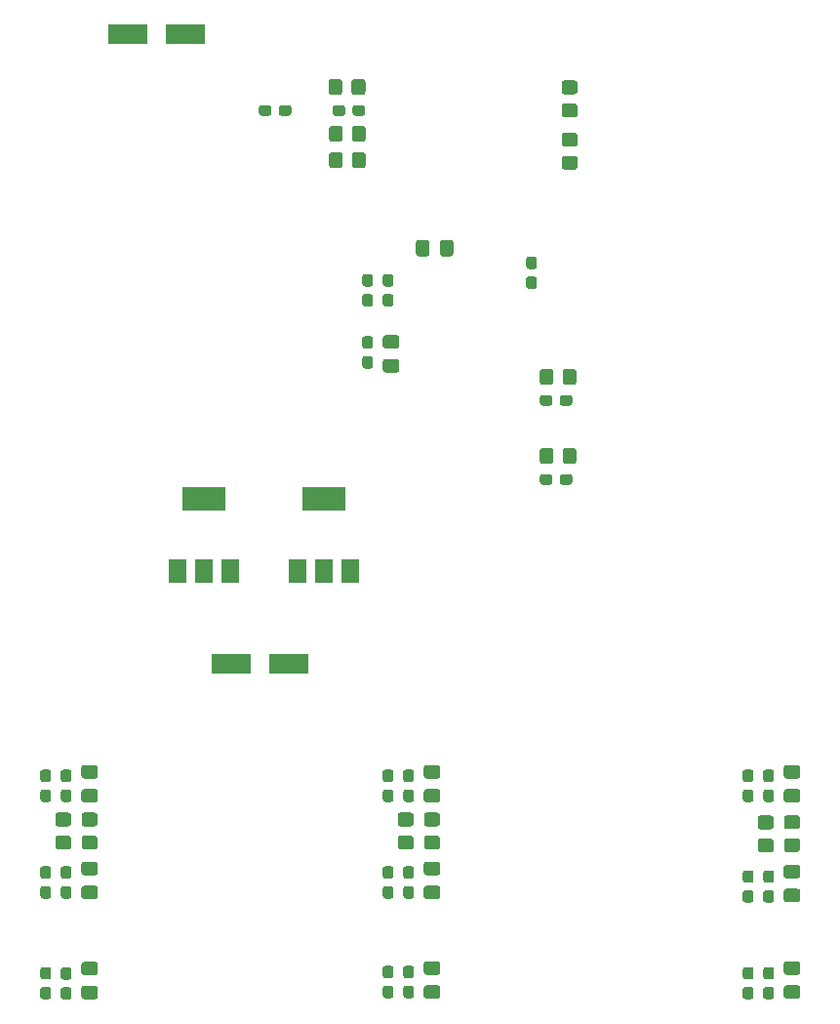
<source format=gbr>
%TF.GenerationSoftware,KiCad,Pcbnew,(5.1.10)-1*%
%TF.CreationDate,2022-02-25T11:21:27+01:00*%
%TF.ProjectId,GestureControl,47657374-7572-4654-936f-6e74726f6c2e,V0.1*%
%TF.SameCoordinates,Original*%
%TF.FileFunction,Paste,Bot*%
%TF.FilePolarity,Positive*%
%FSLAX46Y46*%
G04 Gerber Fmt 4.6, Leading zero omitted, Abs format (unit mm)*
G04 Created by KiCad (PCBNEW (5.1.10)-1) date 2022-02-25 11:21:27*
%MOMM*%
%LPD*%
G01*
G04 APERTURE LIST*
%ADD10R,1.500000X2.000000*%
%ADD11R,3.800000X2.000000*%
%ADD12R,3.500000X1.800000*%
G04 APERTURE END LIST*
%TO.C,C52*%
G36*
G01*
X116856500Y-128875500D02*
X117331500Y-128875500D01*
G75*
G02*
X117569000Y-129113000I0J-237500D01*
G01*
X117569000Y-129713000D01*
G75*
G02*
X117331500Y-129950500I-237500J0D01*
G01*
X116856500Y-129950500D01*
G75*
G02*
X116619000Y-129713000I0J237500D01*
G01*
X116619000Y-129113000D01*
G75*
G02*
X116856500Y-128875500I237500J0D01*
G01*
G37*
G36*
G01*
X116856500Y-127150500D02*
X117331500Y-127150500D01*
G75*
G02*
X117569000Y-127388000I0J-237500D01*
G01*
X117569000Y-127988000D01*
G75*
G02*
X117331500Y-128225500I-237500J0D01*
G01*
X116856500Y-128225500D01*
G75*
G02*
X116619000Y-127988000I0J237500D01*
G01*
X116619000Y-127388000D01*
G75*
G02*
X116856500Y-127150500I237500J0D01*
G01*
G37*
%TD*%
%TO.C,C51*%
G36*
G01*
X116856500Y-111730500D02*
X117331500Y-111730500D01*
G75*
G02*
X117569000Y-111968000I0J-237500D01*
G01*
X117569000Y-112568000D01*
G75*
G02*
X117331500Y-112805500I-237500J0D01*
G01*
X116856500Y-112805500D01*
G75*
G02*
X116619000Y-112568000I0J237500D01*
G01*
X116619000Y-111968000D01*
G75*
G02*
X116856500Y-111730500I237500J0D01*
G01*
G37*
G36*
G01*
X116856500Y-110005500D02*
X117331500Y-110005500D01*
G75*
G02*
X117569000Y-110243000I0J-237500D01*
G01*
X117569000Y-110843000D01*
G75*
G02*
X117331500Y-111080500I-237500J0D01*
G01*
X116856500Y-111080500D01*
G75*
G02*
X116619000Y-110843000I0J237500D01*
G01*
X116619000Y-110243000D01*
G75*
G02*
X116856500Y-110005500I237500J0D01*
G01*
G37*
%TD*%
%TO.C,C50*%
G36*
G01*
X176038500Y-128849000D02*
X176513500Y-128849000D01*
G75*
G02*
X176751000Y-129086500I0J-237500D01*
G01*
X176751000Y-129686500D01*
G75*
G02*
X176513500Y-129924000I-237500J0D01*
G01*
X176038500Y-129924000D01*
G75*
G02*
X175801000Y-129686500I0J237500D01*
G01*
X175801000Y-129086500D01*
G75*
G02*
X176038500Y-128849000I237500J0D01*
G01*
G37*
G36*
G01*
X176038500Y-127124000D02*
X176513500Y-127124000D01*
G75*
G02*
X176751000Y-127361500I0J-237500D01*
G01*
X176751000Y-127961500D01*
G75*
G02*
X176513500Y-128199000I-237500J0D01*
G01*
X176038500Y-128199000D01*
G75*
G02*
X175801000Y-127961500I0J237500D01*
G01*
X175801000Y-127361500D01*
G75*
G02*
X176038500Y-127124000I237500J0D01*
G01*
G37*
%TD*%
%TO.C,C49*%
G36*
G01*
X177816500Y-111730500D02*
X178291500Y-111730500D01*
G75*
G02*
X178529000Y-111968000I0J-237500D01*
G01*
X178529000Y-112568000D01*
G75*
G02*
X178291500Y-112805500I-237500J0D01*
G01*
X177816500Y-112805500D01*
G75*
G02*
X177579000Y-112568000I0J237500D01*
G01*
X177579000Y-111968000D01*
G75*
G02*
X177816500Y-111730500I237500J0D01*
G01*
G37*
G36*
G01*
X177816500Y-110005500D02*
X178291500Y-110005500D01*
G75*
G02*
X178529000Y-110243000I0J-237500D01*
G01*
X178529000Y-110843000D01*
G75*
G02*
X178291500Y-111080500I-237500J0D01*
G01*
X177816500Y-111080500D01*
G75*
G02*
X177579000Y-110843000I0J237500D01*
G01*
X177579000Y-110243000D01*
G75*
G02*
X177816500Y-110005500I237500J0D01*
G01*
G37*
%TD*%
%TO.C,C48*%
G36*
G01*
X144796500Y-128748500D02*
X145271500Y-128748500D01*
G75*
G02*
X145509000Y-128986000I0J-237500D01*
G01*
X145509000Y-129586000D01*
G75*
G02*
X145271500Y-129823500I-237500J0D01*
G01*
X144796500Y-129823500D01*
G75*
G02*
X144559000Y-129586000I0J237500D01*
G01*
X144559000Y-128986000D01*
G75*
G02*
X144796500Y-128748500I237500J0D01*
G01*
G37*
G36*
G01*
X144796500Y-127023500D02*
X145271500Y-127023500D01*
G75*
G02*
X145509000Y-127261000I0J-237500D01*
G01*
X145509000Y-127861000D01*
G75*
G02*
X145271500Y-128098500I-237500J0D01*
G01*
X144796500Y-128098500D01*
G75*
G02*
X144559000Y-127861000I0J237500D01*
G01*
X144559000Y-127261000D01*
G75*
G02*
X144796500Y-127023500I237500J0D01*
G01*
G37*
%TD*%
%TO.C,C47*%
G36*
G01*
X144796500Y-111730500D02*
X145271500Y-111730500D01*
G75*
G02*
X145509000Y-111968000I0J-237500D01*
G01*
X145509000Y-112568000D01*
G75*
G02*
X145271500Y-112805500I-237500J0D01*
G01*
X144796500Y-112805500D01*
G75*
G02*
X144559000Y-112568000I0J237500D01*
G01*
X144559000Y-111968000D01*
G75*
G02*
X144796500Y-111730500I237500J0D01*
G01*
G37*
G36*
G01*
X144796500Y-110005500D02*
X145271500Y-110005500D01*
G75*
G02*
X145509000Y-110243000I0J-237500D01*
G01*
X145509000Y-110843000D01*
G75*
G02*
X145271500Y-111080500I-237500J0D01*
G01*
X144796500Y-111080500D01*
G75*
G02*
X144559000Y-110843000I0J237500D01*
G01*
X144559000Y-110243000D01*
G75*
G02*
X144796500Y-110005500I237500J0D01*
G01*
G37*
%TD*%
%TO.C,C46*%
G36*
G01*
X118651000Y-111680500D02*
X119601000Y-111680500D01*
G75*
G02*
X119851000Y-111930500I0J-250000D01*
G01*
X119851000Y-112605500D01*
G75*
G02*
X119601000Y-112855500I-250000J0D01*
G01*
X118651000Y-112855500D01*
G75*
G02*
X118401000Y-112605500I0J250000D01*
G01*
X118401000Y-111930500D01*
G75*
G02*
X118651000Y-111680500I250000J0D01*
G01*
G37*
G36*
G01*
X118651000Y-109605500D02*
X119601000Y-109605500D01*
G75*
G02*
X119851000Y-109855500I0J-250000D01*
G01*
X119851000Y-110530500D01*
G75*
G02*
X119601000Y-110780500I-250000J0D01*
G01*
X118651000Y-110780500D01*
G75*
G02*
X118401000Y-110530500I0J250000D01*
G01*
X118401000Y-109855500D01*
G75*
G02*
X118651000Y-109605500I250000J0D01*
G01*
G37*
%TD*%
%TO.C,C45*%
G36*
G01*
X118651000Y-128741500D02*
X119601000Y-128741500D01*
G75*
G02*
X119851000Y-128991500I0J-250000D01*
G01*
X119851000Y-129666500D01*
G75*
G02*
X119601000Y-129916500I-250000J0D01*
G01*
X118651000Y-129916500D01*
G75*
G02*
X118401000Y-129666500I0J250000D01*
G01*
X118401000Y-128991500D01*
G75*
G02*
X118651000Y-128741500I250000J0D01*
G01*
G37*
G36*
G01*
X118651000Y-126666500D02*
X119601000Y-126666500D01*
G75*
G02*
X119851000Y-126916500I0J-250000D01*
G01*
X119851000Y-127591500D01*
G75*
G02*
X119601000Y-127841500I-250000J0D01*
G01*
X118651000Y-127841500D01*
G75*
G02*
X118401000Y-127591500I0J250000D01*
G01*
X118401000Y-126916500D01*
G75*
G02*
X118651000Y-126666500I250000J0D01*
G01*
G37*
%TD*%
%TO.C,C44*%
G36*
G01*
X115078500Y-111730500D02*
X115553500Y-111730500D01*
G75*
G02*
X115791000Y-111968000I0J-237500D01*
G01*
X115791000Y-112568000D01*
G75*
G02*
X115553500Y-112805500I-237500J0D01*
G01*
X115078500Y-112805500D01*
G75*
G02*
X114841000Y-112568000I0J237500D01*
G01*
X114841000Y-111968000D01*
G75*
G02*
X115078500Y-111730500I237500J0D01*
G01*
G37*
G36*
G01*
X115078500Y-110005500D02*
X115553500Y-110005500D01*
G75*
G02*
X115791000Y-110243000I0J-237500D01*
G01*
X115791000Y-110843000D01*
G75*
G02*
X115553500Y-111080500I-237500J0D01*
G01*
X115078500Y-111080500D01*
G75*
G02*
X114841000Y-110843000I0J237500D01*
G01*
X114841000Y-110243000D01*
G75*
G02*
X115078500Y-110005500I237500J0D01*
G01*
G37*
%TD*%
%TO.C,C43*%
G36*
G01*
X115078500Y-128849000D02*
X115553500Y-128849000D01*
G75*
G02*
X115791000Y-129086500I0J-237500D01*
G01*
X115791000Y-129686500D01*
G75*
G02*
X115553500Y-129924000I-237500J0D01*
G01*
X115078500Y-129924000D01*
G75*
G02*
X114841000Y-129686500I0J237500D01*
G01*
X114841000Y-129086500D01*
G75*
G02*
X115078500Y-128849000I237500J0D01*
G01*
G37*
G36*
G01*
X115078500Y-127124000D02*
X115553500Y-127124000D01*
G75*
G02*
X115791000Y-127361500I0J-237500D01*
G01*
X115791000Y-127961500D01*
G75*
G02*
X115553500Y-128199000I-237500J0D01*
G01*
X115078500Y-128199000D01*
G75*
G02*
X114841000Y-127961500I0J237500D01*
G01*
X114841000Y-127361500D01*
G75*
G02*
X115078500Y-127124000I237500J0D01*
G01*
G37*
%TD*%
%TO.C,C42*%
G36*
G01*
X179611000Y-111680500D02*
X180561000Y-111680500D01*
G75*
G02*
X180811000Y-111930500I0J-250000D01*
G01*
X180811000Y-112605500D01*
G75*
G02*
X180561000Y-112855500I-250000J0D01*
G01*
X179611000Y-112855500D01*
G75*
G02*
X179361000Y-112605500I0J250000D01*
G01*
X179361000Y-111930500D01*
G75*
G02*
X179611000Y-111680500I250000J0D01*
G01*
G37*
G36*
G01*
X179611000Y-109605500D02*
X180561000Y-109605500D01*
G75*
G02*
X180811000Y-109855500I0J-250000D01*
G01*
X180811000Y-110530500D01*
G75*
G02*
X180561000Y-110780500I-250000J0D01*
G01*
X179611000Y-110780500D01*
G75*
G02*
X179361000Y-110530500I0J250000D01*
G01*
X179361000Y-109855500D01*
G75*
G02*
X179611000Y-109605500I250000J0D01*
G01*
G37*
%TD*%
%TO.C,C41*%
G36*
G01*
X179611000Y-128698500D02*
X180561000Y-128698500D01*
G75*
G02*
X180811000Y-128948500I0J-250000D01*
G01*
X180811000Y-129623500D01*
G75*
G02*
X180561000Y-129873500I-250000J0D01*
G01*
X179611000Y-129873500D01*
G75*
G02*
X179361000Y-129623500I0J250000D01*
G01*
X179361000Y-128948500D01*
G75*
G02*
X179611000Y-128698500I250000J0D01*
G01*
G37*
G36*
G01*
X179611000Y-126623500D02*
X180561000Y-126623500D01*
G75*
G02*
X180811000Y-126873500I0J-250000D01*
G01*
X180811000Y-127548500D01*
G75*
G02*
X180561000Y-127798500I-250000J0D01*
G01*
X179611000Y-127798500D01*
G75*
G02*
X179361000Y-127548500I0J250000D01*
G01*
X179361000Y-126873500D01*
G75*
G02*
X179611000Y-126623500I250000J0D01*
G01*
G37*
%TD*%
%TO.C,C40*%
G36*
G01*
X176038500Y-111730500D02*
X176513500Y-111730500D01*
G75*
G02*
X176751000Y-111968000I0J-237500D01*
G01*
X176751000Y-112568000D01*
G75*
G02*
X176513500Y-112805500I-237500J0D01*
G01*
X176038500Y-112805500D01*
G75*
G02*
X175801000Y-112568000I0J237500D01*
G01*
X175801000Y-111968000D01*
G75*
G02*
X176038500Y-111730500I237500J0D01*
G01*
G37*
G36*
G01*
X176038500Y-110005500D02*
X176513500Y-110005500D01*
G75*
G02*
X176751000Y-110243000I0J-237500D01*
G01*
X176751000Y-110843000D01*
G75*
G02*
X176513500Y-111080500I-237500J0D01*
G01*
X176038500Y-111080500D01*
G75*
G02*
X175801000Y-110843000I0J237500D01*
G01*
X175801000Y-110243000D01*
G75*
G02*
X176038500Y-110005500I237500J0D01*
G01*
G37*
%TD*%
%TO.C,C39*%
G36*
G01*
X177816500Y-128849000D02*
X178291500Y-128849000D01*
G75*
G02*
X178529000Y-129086500I0J-237500D01*
G01*
X178529000Y-129686500D01*
G75*
G02*
X178291500Y-129924000I-237500J0D01*
G01*
X177816500Y-129924000D01*
G75*
G02*
X177579000Y-129686500I0J237500D01*
G01*
X177579000Y-129086500D01*
G75*
G02*
X177816500Y-128849000I237500J0D01*
G01*
G37*
G36*
G01*
X177816500Y-127124000D02*
X178291500Y-127124000D01*
G75*
G02*
X178529000Y-127361500I0J-237500D01*
G01*
X178529000Y-127961500D01*
G75*
G02*
X178291500Y-128199000I-237500J0D01*
G01*
X177816500Y-128199000D01*
G75*
G02*
X177579000Y-127961500I0J237500D01*
G01*
X177579000Y-127361500D01*
G75*
G02*
X177816500Y-127124000I237500J0D01*
G01*
G37*
%TD*%
%TO.C,C38*%
G36*
G01*
X148369000Y-128698500D02*
X149319000Y-128698500D01*
G75*
G02*
X149569000Y-128948500I0J-250000D01*
G01*
X149569000Y-129623500D01*
G75*
G02*
X149319000Y-129873500I-250000J0D01*
G01*
X148369000Y-129873500D01*
G75*
G02*
X148119000Y-129623500I0J250000D01*
G01*
X148119000Y-128948500D01*
G75*
G02*
X148369000Y-128698500I250000J0D01*
G01*
G37*
G36*
G01*
X148369000Y-126623500D02*
X149319000Y-126623500D01*
G75*
G02*
X149569000Y-126873500I0J-250000D01*
G01*
X149569000Y-127548500D01*
G75*
G02*
X149319000Y-127798500I-250000J0D01*
G01*
X148369000Y-127798500D01*
G75*
G02*
X148119000Y-127548500I0J250000D01*
G01*
X148119000Y-126873500D01*
G75*
G02*
X148369000Y-126623500I250000J0D01*
G01*
G37*
%TD*%
%TO.C,C37*%
G36*
G01*
X148369000Y-111680500D02*
X149319000Y-111680500D01*
G75*
G02*
X149569000Y-111930500I0J-250000D01*
G01*
X149569000Y-112605500D01*
G75*
G02*
X149319000Y-112855500I-250000J0D01*
G01*
X148369000Y-112855500D01*
G75*
G02*
X148119000Y-112605500I0J250000D01*
G01*
X148119000Y-111930500D01*
G75*
G02*
X148369000Y-111680500I250000J0D01*
G01*
G37*
G36*
G01*
X148369000Y-109605500D02*
X149319000Y-109605500D01*
G75*
G02*
X149569000Y-109855500I0J-250000D01*
G01*
X149569000Y-110530500D01*
G75*
G02*
X149319000Y-110780500I-250000J0D01*
G01*
X148369000Y-110780500D01*
G75*
G02*
X148119000Y-110530500I0J250000D01*
G01*
X148119000Y-109855500D01*
G75*
G02*
X148369000Y-109605500I250000J0D01*
G01*
G37*
%TD*%
%TO.C,C36*%
G36*
G01*
X146574500Y-128748500D02*
X147049500Y-128748500D01*
G75*
G02*
X147287000Y-128986000I0J-237500D01*
G01*
X147287000Y-129586000D01*
G75*
G02*
X147049500Y-129823500I-237500J0D01*
G01*
X146574500Y-129823500D01*
G75*
G02*
X146337000Y-129586000I0J237500D01*
G01*
X146337000Y-128986000D01*
G75*
G02*
X146574500Y-128748500I237500J0D01*
G01*
G37*
G36*
G01*
X146574500Y-127023500D02*
X147049500Y-127023500D01*
G75*
G02*
X147287000Y-127261000I0J-237500D01*
G01*
X147287000Y-127861000D01*
G75*
G02*
X147049500Y-128098500I-237500J0D01*
G01*
X146574500Y-128098500D01*
G75*
G02*
X146337000Y-127861000I0J237500D01*
G01*
X146337000Y-127261000D01*
G75*
G02*
X146574500Y-127023500I237500J0D01*
G01*
G37*
%TD*%
%TO.C,C35*%
G36*
G01*
X146574500Y-111730500D02*
X147049500Y-111730500D01*
G75*
G02*
X147287000Y-111968000I0J-237500D01*
G01*
X147287000Y-112568000D01*
G75*
G02*
X147049500Y-112805500I-237500J0D01*
G01*
X146574500Y-112805500D01*
G75*
G02*
X146337000Y-112568000I0J237500D01*
G01*
X146337000Y-111968000D01*
G75*
G02*
X146574500Y-111730500I237500J0D01*
G01*
G37*
G36*
G01*
X146574500Y-110005500D02*
X147049500Y-110005500D01*
G75*
G02*
X147287000Y-110243000I0J-237500D01*
G01*
X147287000Y-110843000D01*
G75*
G02*
X147049500Y-111080500I-237500J0D01*
G01*
X146574500Y-111080500D01*
G75*
G02*
X146337000Y-110843000I0J237500D01*
G01*
X146337000Y-110243000D01*
G75*
G02*
X146574500Y-110005500I237500J0D01*
G01*
G37*
%TD*%
%TO.C,C10*%
G36*
G01*
X148369000Y-120062500D02*
X149319000Y-120062500D01*
G75*
G02*
X149569000Y-120312500I0J-250000D01*
G01*
X149569000Y-120987500D01*
G75*
G02*
X149319000Y-121237500I-250000J0D01*
G01*
X148369000Y-121237500D01*
G75*
G02*
X148119000Y-120987500I0J250000D01*
G01*
X148119000Y-120312500D01*
G75*
G02*
X148369000Y-120062500I250000J0D01*
G01*
G37*
G36*
G01*
X148369000Y-117987500D02*
X149319000Y-117987500D01*
G75*
G02*
X149569000Y-118237500I0J-250000D01*
G01*
X149569000Y-118912500D01*
G75*
G02*
X149319000Y-119162500I-250000J0D01*
G01*
X148369000Y-119162500D01*
G75*
G02*
X148119000Y-118912500I0J250000D01*
G01*
X148119000Y-118237500D01*
G75*
G02*
X148369000Y-117987500I250000J0D01*
G01*
G37*
%TD*%
D10*
%TO.C,U2*%
X131332000Y-92812000D03*
X126732000Y-92812000D03*
X129032000Y-92812000D03*
D11*
X129032000Y-86512000D03*
%TD*%
D10*
%TO.C,U1*%
X141746000Y-92812000D03*
X137146000Y-92812000D03*
X139446000Y-92812000D03*
D11*
X139446000Y-86512000D03*
%TD*%
%TO.C,R22*%
G36*
G01*
X160331999Y-52232000D02*
X161232001Y-52232000D01*
G75*
G02*
X161482000Y-52481999I0J-249999D01*
G01*
X161482000Y-53182001D01*
G75*
G02*
X161232001Y-53432000I-249999J0D01*
G01*
X160331999Y-53432000D01*
G75*
G02*
X160082000Y-53182001I0J249999D01*
G01*
X160082000Y-52481999D01*
G75*
G02*
X160331999Y-52232000I249999J0D01*
G01*
G37*
G36*
G01*
X160331999Y-50232000D02*
X161232001Y-50232000D01*
G75*
G02*
X161482000Y-50481999I0J-249999D01*
G01*
X161482000Y-51182001D01*
G75*
G02*
X161232001Y-51432000I-249999J0D01*
G01*
X160331999Y-51432000D01*
G75*
G02*
X160082000Y-51182001I0J249999D01*
G01*
X160082000Y-50481999D01*
G75*
G02*
X160331999Y-50232000I249999J0D01*
G01*
G37*
%TD*%
%TO.C,R21*%
G36*
G01*
X161232001Y-55972000D02*
X160331999Y-55972000D01*
G75*
G02*
X160082000Y-55722001I0J249999D01*
G01*
X160082000Y-55021999D01*
G75*
G02*
X160331999Y-54772000I249999J0D01*
G01*
X161232001Y-54772000D01*
G75*
G02*
X161482000Y-55021999I0J-249999D01*
G01*
X161482000Y-55722001D01*
G75*
G02*
X161232001Y-55972000I-249999J0D01*
G01*
G37*
G36*
G01*
X161232001Y-57972000D02*
X160331999Y-57972000D01*
G75*
G02*
X160082000Y-57722001I0J249999D01*
G01*
X160082000Y-57021999D01*
G75*
G02*
X160331999Y-56772000I249999J0D01*
G01*
X161232001Y-56772000D01*
G75*
G02*
X161482000Y-57021999I0J-249999D01*
G01*
X161482000Y-57722001D01*
G75*
G02*
X161232001Y-57972000I-249999J0D01*
G01*
G37*
%TD*%
%TO.C,R20*%
G36*
G01*
X141062000Y-50349999D02*
X141062000Y-51250001D01*
G75*
G02*
X140812001Y-51500000I-249999J0D01*
G01*
X140111999Y-51500000D01*
G75*
G02*
X139862000Y-51250001I0J249999D01*
G01*
X139862000Y-50349999D01*
G75*
G02*
X140111999Y-50100000I249999J0D01*
G01*
X140812001Y-50100000D01*
G75*
G02*
X141062000Y-50349999I0J-249999D01*
G01*
G37*
G36*
G01*
X143062000Y-50349999D02*
X143062000Y-51250001D01*
G75*
G02*
X142812001Y-51500000I-249999J0D01*
G01*
X142111999Y-51500000D01*
G75*
G02*
X141862000Y-51250001I0J249999D01*
G01*
X141862000Y-50349999D01*
G75*
G02*
X142111999Y-50100000I249999J0D01*
G01*
X142812001Y-50100000D01*
G75*
G02*
X143062000Y-50349999I0J-249999D01*
G01*
G37*
%TD*%
%TO.C,R11*%
G36*
G01*
X141894000Y-55314001D02*
X141894000Y-54413999D01*
G75*
G02*
X142143999Y-54164000I249999J0D01*
G01*
X142844001Y-54164000D01*
G75*
G02*
X143094000Y-54413999I0J-249999D01*
G01*
X143094000Y-55314001D01*
G75*
G02*
X142844001Y-55564000I-249999J0D01*
G01*
X142143999Y-55564000D01*
G75*
G02*
X141894000Y-55314001I0J249999D01*
G01*
G37*
G36*
G01*
X139894000Y-55314001D02*
X139894000Y-54413999D01*
G75*
G02*
X140143999Y-54164000I249999J0D01*
G01*
X140844001Y-54164000D01*
G75*
G02*
X141094000Y-54413999I0J-249999D01*
G01*
X141094000Y-55314001D01*
G75*
G02*
X140844001Y-55564000I-249999J0D01*
G01*
X140143999Y-55564000D01*
G75*
G02*
X139894000Y-55314001I0J249999D01*
G01*
G37*
%TD*%
%TO.C,R10*%
G36*
G01*
X141894000Y-57600001D02*
X141894000Y-56699999D01*
G75*
G02*
X142143999Y-56450000I249999J0D01*
G01*
X142844001Y-56450000D01*
G75*
G02*
X143094000Y-56699999I0J-249999D01*
G01*
X143094000Y-57600001D01*
G75*
G02*
X142844001Y-57850000I-249999J0D01*
G01*
X142143999Y-57850000D01*
G75*
G02*
X141894000Y-57600001I0J249999D01*
G01*
G37*
G36*
G01*
X139894000Y-57600001D02*
X139894000Y-56699999D01*
G75*
G02*
X140143999Y-56450000I249999J0D01*
G01*
X140844001Y-56450000D01*
G75*
G02*
X141094000Y-56699999I0J-249999D01*
G01*
X141094000Y-57600001D01*
G75*
G02*
X140844001Y-57850000I-249999J0D01*
G01*
X140143999Y-57850000D01*
G75*
G02*
X139894000Y-57600001I0J249999D01*
G01*
G37*
%TD*%
%TO.C,R9*%
G36*
G01*
X160182000Y-76396001D02*
X160182000Y-75495999D01*
G75*
G02*
X160431999Y-75246000I249999J0D01*
G01*
X161132001Y-75246000D01*
G75*
G02*
X161382000Y-75495999I0J-249999D01*
G01*
X161382000Y-76396001D01*
G75*
G02*
X161132001Y-76646000I-249999J0D01*
G01*
X160431999Y-76646000D01*
G75*
G02*
X160182000Y-76396001I0J249999D01*
G01*
G37*
G36*
G01*
X158182000Y-76396001D02*
X158182000Y-75495999D01*
G75*
G02*
X158431999Y-75246000I249999J0D01*
G01*
X159132001Y-75246000D01*
G75*
G02*
X159382000Y-75495999I0J-249999D01*
G01*
X159382000Y-76396001D01*
G75*
G02*
X159132001Y-76646000I-249999J0D01*
G01*
X158431999Y-76646000D01*
G75*
G02*
X158182000Y-76396001I0J249999D01*
G01*
G37*
%TD*%
%TO.C,R8*%
G36*
G01*
X160182000Y-83254001D02*
X160182000Y-82353999D01*
G75*
G02*
X160431999Y-82104000I249999J0D01*
G01*
X161132001Y-82104000D01*
G75*
G02*
X161382000Y-82353999I0J-249999D01*
G01*
X161382000Y-83254001D01*
G75*
G02*
X161132001Y-83504000I-249999J0D01*
G01*
X160431999Y-83504000D01*
G75*
G02*
X160182000Y-83254001I0J249999D01*
G01*
G37*
G36*
G01*
X158182000Y-83254001D02*
X158182000Y-82353999D01*
G75*
G02*
X158431999Y-82104000I249999J0D01*
G01*
X159132001Y-82104000D01*
G75*
G02*
X159382000Y-82353999I0J-249999D01*
G01*
X159382000Y-83254001D01*
G75*
G02*
X159132001Y-83504000I-249999J0D01*
G01*
X158431999Y-83504000D01*
G75*
G02*
X158182000Y-83254001I0J249999D01*
G01*
G37*
%TD*%
D12*
%TO.C,D7*%
X131398000Y-100838000D03*
X136398000Y-100838000D03*
%TD*%
%TO.C,D6*%
X122428000Y-46228000D03*
X127428000Y-46228000D03*
%TD*%
%TO.C,C33*%
G36*
G01*
X149526500Y-65245000D02*
X149526500Y-64295000D01*
G75*
G02*
X149776500Y-64045000I250000J0D01*
G01*
X150451500Y-64045000D01*
G75*
G02*
X150701500Y-64295000I0J-250000D01*
G01*
X150701500Y-65245000D01*
G75*
G02*
X150451500Y-65495000I-250000J0D01*
G01*
X149776500Y-65495000D01*
G75*
G02*
X149526500Y-65245000I0J250000D01*
G01*
G37*
G36*
G01*
X147451500Y-65245000D02*
X147451500Y-64295000D01*
G75*
G02*
X147701500Y-64045000I250000J0D01*
G01*
X148376500Y-64045000D01*
G75*
G02*
X148626500Y-64295000I0J-250000D01*
G01*
X148626500Y-65245000D01*
G75*
G02*
X148376500Y-65495000I-250000J0D01*
G01*
X147701500Y-65495000D01*
G75*
G02*
X147451500Y-65245000I0J250000D01*
G01*
G37*
%TD*%
%TO.C,C31*%
G36*
G01*
X144796500Y-68751500D02*
X145271500Y-68751500D01*
G75*
G02*
X145509000Y-68989000I0J-237500D01*
G01*
X145509000Y-69589000D01*
G75*
G02*
X145271500Y-69826500I-237500J0D01*
G01*
X144796500Y-69826500D01*
G75*
G02*
X144559000Y-69589000I0J237500D01*
G01*
X144559000Y-68989000D01*
G75*
G02*
X144796500Y-68751500I237500J0D01*
G01*
G37*
G36*
G01*
X144796500Y-67026500D02*
X145271500Y-67026500D01*
G75*
G02*
X145509000Y-67264000I0J-237500D01*
G01*
X145509000Y-67864000D01*
G75*
G02*
X145271500Y-68101500I-237500J0D01*
G01*
X144796500Y-68101500D01*
G75*
G02*
X144559000Y-67864000I0J237500D01*
G01*
X144559000Y-67264000D01*
G75*
G02*
X144796500Y-67026500I237500J0D01*
G01*
G37*
%TD*%
%TO.C,C30*%
G36*
G01*
X144813000Y-74385500D02*
X145763000Y-74385500D01*
G75*
G02*
X146013000Y-74635500I0J-250000D01*
G01*
X146013000Y-75310500D01*
G75*
G02*
X145763000Y-75560500I-250000J0D01*
G01*
X144813000Y-75560500D01*
G75*
G02*
X144563000Y-75310500I0J250000D01*
G01*
X144563000Y-74635500D01*
G75*
G02*
X144813000Y-74385500I250000J0D01*
G01*
G37*
G36*
G01*
X144813000Y-72310500D02*
X145763000Y-72310500D01*
G75*
G02*
X146013000Y-72560500I0J-250000D01*
G01*
X146013000Y-73235500D01*
G75*
G02*
X145763000Y-73485500I-250000J0D01*
G01*
X144813000Y-73485500D01*
G75*
G02*
X144563000Y-73235500I0J250000D01*
G01*
X144563000Y-72560500D01*
G75*
G02*
X144813000Y-72310500I250000J0D01*
G01*
G37*
%TD*%
%TO.C,C29*%
G36*
G01*
X157717500Y-66577500D02*
X157242500Y-66577500D01*
G75*
G02*
X157005000Y-66340000I0J237500D01*
G01*
X157005000Y-65740000D01*
G75*
G02*
X157242500Y-65502500I237500J0D01*
G01*
X157717500Y-65502500D01*
G75*
G02*
X157955000Y-65740000I0J-237500D01*
G01*
X157955000Y-66340000D01*
G75*
G02*
X157717500Y-66577500I-237500J0D01*
G01*
G37*
G36*
G01*
X157717500Y-68302500D02*
X157242500Y-68302500D01*
G75*
G02*
X157005000Y-68065000I0J237500D01*
G01*
X157005000Y-67465000D01*
G75*
G02*
X157242500Y-67227500I237500J0D01*
G01*
X157717500Y-67227500D01*
G75*
G02*
X157955000Y-67465000I0J-237500D01*
G01*
X157955000Y-68065000D01*
G75*
G02*
X157717500Y-68302500I-237500J0D01*
G01*
G37*
%TD*%
%TO.C,C28*%
G36*
G01*
X143018500Y-74138500D02*
X143493500Y-74138500D01*
G75*
G02*
X143731000Y-74376000I0J-237500D01*
G01*
X143731000Y-74976000D01*
G75*
G02*
X143493500Y-75213500I-237500J0D01*
G01*
X143018500Y-75213500D01*
G75*
G02*
X142781000Y-74976000I0J237500D01*
G01*
X142781000Y-74376000D01*
G75*
G02*
X143018500Y-74138500I237500J0D01*
G01*
G37*
G36*
G01*
X143018500Y-72413500D02*
X143493500Y-72413500D01*
G75*
G02*
X143731000Y-72651000I0J-237500D01*
G01*
X143731000Y-73251000D01*
G75*
G02*
X143493500Y-73488500I-237500J0D01*
G01*
X143018500Y-73488500D01*
G75*
G02*
X142781000Y-73251000I0J237500D01*
G01*
X142781000Y-72651000D01*
G75*
G02*
X143018500Y-72413500I237500J0D01*
G01*
G37*
%TD*%
%TO.C,C23*%
G36*
G01*
X143018500Y-68751500D02*
X143493500Y-68751500D01*
G75*
G02*
X143731000Y-68989000I0J-237500D01*
G01*
X143731000Y-69589000D01*
G75*
G02*
X143493500Y-69826500I-237500J0D01*
G01*
X143018500Y-69826500D01*
G75*
G02*
X142781000Y-69589000I0J237500D01*
G01*
X142781000Y-68989000D01*
G75*
G02*
X143018500Y-68751500I237500J0D01*
G01*
G37*
G36*
G01*
X143018500Y-67026500D02*
X143493500Y-67026500D01*
G75*
G02*
X143731000Y-67264000I0J-237500D01*
G01*
X143731000Y-67864000D01*
G75*
G02*
X143493500Y-68101500I-237500J0D01*
G01*
X143018500Y-68101500D01*
G75*
G02*
X142781000Y-67864000I0J237500D01*
G01*
X142781000Y-67264000D01*
G75*
G02*
X143018500Y-67026500I237500J0D01*
G01*
G37*
%TD*%
%TO.C,C21*%
G36*
G01*
X134903500Y-52594500D02*
X134903500Y-53069500D01*
G75*
G02*
X134666000Y-53307000I-237500J0D01*
G01*
X134066000Y-53307000D01*
G75*
G02*
X133828500Y-53069500I0J237500D01*
G01*
X133828500Y-52594500D01*
G75*
G02*
X134066000Y-52357000I237500J0D01*
G01*
X134666000Y-52357000D01*
G75*
G02*
X134903500Y-52594500I0J-237500D01*
G01*
G37*
G36*
G01*
X136628500Y-52594500D02*
X136628500Y-53069500D01*
G75*
G02*
X136391000Y-53307000I-237500J0D01*
G01*
X135791000Y-53307000D01*
G75*
G02*
X135553500Y-53069500I0J237500D01*
G01*
X135553500Y-52594500D01*
G75*
G02*
X135791000Y-52357000I237500J0D01*
G01*
X136391000Y-52357000D01*
G75*
G02*
X136628500Y-52594500I0J-237500D01*
G01*
G37*
%TD*%
%TO.C,C20*%
G36*
G01*
X141306500Y-52594500D02*
X141306500Y-53069500D01*
G75*
G02*
X141069000Y-53307000I-237500J0D01*
G01*
X140469000Y-53307000D01*
G75*
G02*
X140231500Y-53069500I0J237500D01*
G01*
X140231500Y-52594500D01*
G75*
G02*
X140469000Y-52357000I237500J0D01*
G01*
X141069000Y-52357000D01*
G75*
G02*
X141306500Y-52594500I0J-237500D01*
G01*
G37*
G36*
G01*
X143031500Y-52594500D02*
X143031500Y-53069500D01*
G75*
G02*
X142794000Y-53307000I-237500J0D01*
G01*
X142194000Y-53307000D01*
G75*
G02*
X141956500Y-53069500I0J237500D01*
G01*
X141956500Y-52594500D01*
G75*
G02*
X142194000Y-52357000I237500J0D01*
G01*
X142794000Y-52357000D01*
G75*
G02*
X143031500Y-52594500I0J-237500D01*
G01*
G37*
%TD*%
%TO.C,C2*%
G36*
G01*
X159287500Y-77740500D02*
X159287500Y-78215500D01*
G75*
G02*
X159050000Y-78453000I-237500J0D01*
G01*
X158450000Y-78453000D01*
G75*
G02*
X158212500Y-78215500I0J237500D01*
G01*
X158212500Y-77740500D01*
G75*
G02*
X158450000Y-77503000I237500J0D01*
G01*
X159050000Y-77503000D01*
G75*
G02*
X159287500Y-77740500I0J-237500D01*
G01*
G37*
G36*
G01*
X161012500Y-77740500D02*
X161012500Y-78215500D01*
G75*
G02*
X160775000Y-78453000I-237500J0D01*
G01*
X160175000Y-78453000D01*
G75*
G02*
X159937500Y-78215500I0J237500D01*
G01*
X159937500Y-77740500D01*
G75*
G02*
X160175000Y-77503000I237500J0D01*
G01*
X160775000Y-77503000D01*
G75*
G02*
X161012500Y-77740500I0J-237500D01*
G01*
G37*
%TD*%
%TO.C,C1*%
G36*
G01*
X159287500Y-84598500D02*
X159287500Y-85073500D01*
G75*
G02*
X159050000Y-85311000I-237500J0D01*
G01*
X158450000Y-85311000D01*
G75*
G02*
X158212500Y-85073500I0J237500D01*
G01*
X158212500Y-84598500D01*
G75*
G02*
X158450000Y-84361000I237500J0D01*
G01*
X159050000Y-84361000D01*
G75*
G02*
X159287500Y-84598500I0J-237500D01*
G01*
G37*
G36*
G01*
X161012500Y-84598500D02*
X161012500Y-85073500D01*
G75*
G02*
X160775000Y-85311000I-237500J0D01*
G01*
X160175000Y-85311000D01*
G75*
G02*
X159937500Y-85073500I0J237500D01*
G01*
X159937500Y-84598500D01*
G75*
G02*
X160175000Y-84361000I237500J0D01*
G01*
X160775000Y-84361000D01*
G75*
G02*
X161012500Y-84598500I0J-237500D01*
G01*
G37*
%TD*%
%TO.C,C13*%
G36*
G01*
X179611000Y-120338000D02*
X180561000Y-120338000D01*
G75*
G02*
X180811000Y-120588000I0J-250000D01*
G01*
X180811000Y-121263000D01*
G75*
G02*
X180561000Y-121513000I-250000J0D01*
G01*
X179611000Y-121513000D01*
G75*
G02*
X179361000Y-121263000I0J250000D01*
G01*
X179361000Y-120588000D01*
G75*
G02*
X179611000Y-120338000I250000J0D01*
G01*
G37*
G36*
G01*
X179611000Y-118263000D02*
X180561000Y-118263000D01*
G75*
G02*
X180811000Y-118513000I0J-250000D01*
G01*
X180811000Y-119188000D01*
G75*
G02*
X180561000Y-119438000I-250000J0D01*
G01*
X179611000Y-119438000D01*
G75*
G02*
X179361000Y-119188000I0J250000D01*
G01*
X179361000Y-118513000D01*
G75*
G02*
X179611000Y-118263000I250000J0D01*
G01*
G37*
%TD*%
%TO.C,C11*%
G36*
G01*
X177816500Y-118742000D02*
X178291500Y-118742000D01*
G75*
G02*
X178529000Y-118979500I0J-237500D01*
G01*
X178529000Y-119579500D01*
G75*
G02*
X178291500Y-119817000I-237500J0D01*
G01*
X177816500Y-119817000D01*
G75*
G02*
X177579000Y-119579500I0J237500D01*
G01*
X177579000Y-118979500D01*
G75*
G02*
X177816500Y-118742000I237500J0D01*
G01*
G37*
G36*
G01*
X177816500Y-120467000D02*
X178291500Y-120467000D01*
G75*
G02*
X178529000Y-120704500I0J-237500D01*
G01*
X178529000Y-121304500D01*
G75*
G02*
X178291500Y-121542000I-237500J0D01*
G01*
X177816500Y-121542000D01*
G75*
G02*
X177579000Y-121304500I0J237500D01*
G01*
X177579000Y-120704500D01*
G75*
G02*
X177816500Y-120467000I237500J0D01*
G01*
G37*
%TD*%
%TO.C,R15*%
G36*
G01*
X178250001Y-117186000D02*
X177349999Y-117186000D01*
G75*
G02*
X177100000Y-116936001I0J249999D01*
G01*
X177100000Y-116235999D01*
G75*
G02*
X177349999Y-115986000I249999J0D01*
G01*
X178250001Y-115986000D01*
G75*
G02*
X178500000Y-116235999I0J-249999D01*
G01*
X178500000Y-116936001D01*
G75*
G02*
X178250001Y-117186000I-249999J0D01*
G01*
G37*
G36*
G01*
X178250001Y-115186000D02*
X177349999Y-115186000D01*
G75*
G02*
X177100000Y-114936001I0J249999D01*
G01*
X177100000Y-114235999D01*
G75*
G02*
X177349999Y-113986000I249999J0D01*
G01*
X178250001Y-113986000D01*
G75*
G02*
X178500000Y-114235999I0J-249999D01*
G01*
X178500000Y-114936001D01*
G75*
G02*
X178250001Y-115186000I-249999J0D01*
G01*
G37*
%TD*%
%TO.C,C9*%
G36*
G01*
X146574500Y-120112500D02*
X147049500Y-120112500D01*
G75*
G02*
X147287000Y-120350000I0J-237500D01*
G01*
X147287000Y-120950000D01*
G75*
G02*
X147049500Y-121187500I-237500J0D01*
G01*
X146574500Y-121187500D01*
G75*
G02*
X146337000Y-120950000I0J237500D01*
G01*
X146337000Y-120350000D01*
G75*
G02*
X146574500Y-120112500I237500J0D01*
G01*
G37*
G36*
G01*
X146574500Y-118387500D02*
X147049500Y-118387500D01*
G75*
G02*
X147287000Y-118625000I0J-237500D01*
G01*
X147287000Y-119225000D01*
G75*
G02*
X147049500Y-119462500I-237500J0D01*
G01*
X146574500Y-119462500D01*
G75*
G02*
X146337000Y-119225000I0J237500D01*
G01*
X146337000Y-118625000D01*
G75*
G02*
X146574500Y-118387500I237500J0D01*
G01*
G37*
%TD*%
%TO.C,C15*%
G36*
G01*
X115078500Y-120112500D02*
X115553500Y-120112500D01*
G75*
G02*
X115791000Y-120350000I0J-237500D01*
G01*
X115791000Y-120950000D01*
G75*
G02*
X115553500Y-121187500I-237500J0D01*
G01*
X115078500Y-121187500D01*
G75*
G02*
X114841000Y-120950000I0J237500D01*
G01*
X114841000Y-120350000D01*
G75*
G02*
X115078500Y-120112500I237500J0D01*
G01*
G37*
G36*
G01*
X115078500Y-118387500D02*
X115553500Y-118387500D01*
G75*
G02*
X115791000Y-118625000I0J-237500D01*
G01*
X115791000Y-119225000D01*
G75*
G02*
X115553500Y-119462500I-237500J0D01*
G01*
X115078500Y-119462500D01*
G75*
G02*
X114841000Y-119225000I0J237500D01*
G01*
X114841000Y-118625000D01*
G75*
G02*
X115078500Y-118387500I237500J0D01*
G01*
G37*
%TD*%
%TO.C,C16*%
G36*
G01*
X118651000Y-120062500D02*
X119601000Y-120062500D01*
G75*
G02*
X119851000Y-120312500I0J-250000D01*
G01*
X119851000Y-120987500D01*
G75*
G02*
X119601000Y-121237500I-250000J0D01*
G01*
X118651000Y-121237500D01*
G75*
G02*
X118401000Y-120987500I0J250000D01*
G01*
X118401000Y-120312500D01*
G75*
G02*
X118651000Y-120062500I250000J0D01*
G01*
G37*
G36*
G01*
X118651000Y-117987500D02*
X119601000Y-117987500D01*
G75*
G02*
X119851000Y-118237500I0J-250000D01*
G01*
X119851000Y-118912500D01*
G75*
G02*
X119601000Y-119162500I-250000J0D01*
G01*
X118651000Y-119162500D01*
G75*
G02*
X118401000Y-118912500I0J250000D01*
G01*
X118401000Y-118237500D01*
G75*
G02*
X118651000Y-117987500I250000J0D01*
G01*
G37*
%TD*%
%TO.C,R12*%
G36*
G01*
X149294001Y-114932000D02*
X148393999Y-114932000D01*
G75*
G02*
X148144000Y-114682001I0J249999D01*
G01*
X148144000Y-113981999D01*
G75*
G02*
X148393999Y-113732000I249999J0D01*
G01*
X149294001Y-113732000D01*
G75*
G02*
X149544000Y-113981999I0J-249999D01*
G01*
X149544000Y-114682001D01*
G75*
G02*
X149294001Y-114932000I-249999J0D01*
G01*
G37*
G36*
G01*
X149294001Y-116932000D02*
X148393999Y-116932000D01*
G75*
G02*
X148144000Y-116682001I0J249999D01*
G01*
X148144000Y-115981999D01*
G75*
G02*
X148393999Y-115732000I249999J0D01*
G01*
X149294001Y-115732000D01*
G75*
G02*
X149544000Y-115981999I0J-249999D01*
G01*
X149544000Y-116682001D01*
G75*
G02*
X149294001Y-116932000I-249999J0D01*
G01*
G37*
%TD*%
%TO.C,R14*%
G36*
G01*
X180536001Y-117170000D02*
X179635999Y-117170000D01*
G75*
G02*
X179386000Y-116920001I0J249999D01*
G01*
X179386000Y-116219999D01*
G75*
G02*
X179635999Y-115970000I249999J0D01*
G01*
X180536001Y-115970000D01*
G75*
G02*
X180786000Y-116219999I0J-249999D01*
G01*
X180786000Y-116920001D01*
G75*
G02*
X180536001Y-117170000I-249999J0D01*
G01*
G37*
G36*
G01*
X180536001Y-115170000D02*
X179635999Y-115170000D01*
G75*
G02*
X179386000Y-114920001I0J249999D01*
G01*
X179386000Y-114219999D01*
G75*
G02*
X179635999Y-113970000I249999J0D01*
G01*
X180536001Y-113970000D01*
G75*
G02*
X180786000Y-114219999I0J-249999D01*
G01*
X180786000Y-114920001D01*
G75*
G02*
X180536001Y-115170000I-249999J0D01*
G01*
G37*
%TD*%
%TO.C,R13*%
G36*
G01*
X147008001Y-114932000D02*
X146107999Y-114932000D01*
G75*
G02*
X145858000Y-114682001I0J249999D01*
G01*
X145858000Y-113981999D01*
G75*
G02*
X146107999Y-113732000I249999J0D01*
G01*
X147008001Y-113732000D01*
G75*
G02*
X147258000Y-113981999I0J-249999D01*
G01*
X147258000Y-114682001D01*
G75*
G02*
X147008001Y-114932000I-249999J0D01*
G01*
G37*
G36*
G01*
X147008001Y-116932000D02*
X146107999Y-116932000D01*
G75*
G02*
X145858000Y-116682001I0J249999D01*
G01*
X145858000Y-115981999D01*
G75*
G02*
X146107999Y-115732000I249999J0D01*
G01*
X147008001Y-115732000D01*
G75*
G02*
X147258000Y-115981999I0J-249999D01*
G01*
X147258000Y-116682001D01*
G75*
G02*
X147008001Y-116932000I-249999J0D01*
G01*
G37*
%TD*%
%TO.C,R17*%
G36*
G01*
X117290001Y-114932000D02*
X116389999Y-114932000D01*
G75*
G02*
X116140000Y-114682001I0J249999D01*
G01*
X116140000Y-113981999D01*
G75*
G02*
X116389999Y-113732000I249999J0D01*
G01*
X117290001Y-113732000D01*
G75*
G02*
X117540000Y-113981999I0J-249999D01*
G01*
X117540000Y-114682001D01*
G75*
G02*
X117290001Y-114932000I-249999J0D01*
G01*
G37*
G36*
G01*
X117290001Y-116932000D02*
X116389999Y-116932000D01*
G75*
G02*
X116140000Y-116682001I0J249999D01*
G01*
X116140000Y-115981999D01*
G75*
G02*
X116389999Y-115732000I249999J0D01*
G01*
X117290001Y-115732000D01*
G75*
G02*
X117540000Y-115981999I0J-249999D01*
G01*
X117540000Y-116682001D01*
G75*
G02*
X117290001Y-116932000I-249999J0D01*
G01*
G37*
%TD*%
%TO.C,R16*%
G36*
G01*
X119576001Y-114932000D02*
X118675999Y-114932000D01*
G75*
G02*
X118426000Y-114682001I0J249999D01*
G01*
X118426000Y-113981999D01*
G75*
G02*
X118675999Y-113732000I249999J0D01*
G01*
X119576001Y-113732000D01*
G75*
G02*
X119826000Y-113981999I0J-249999D01*
G01*
X119826000Y-114682001D01*
G75*
G02*
X119576001Y-114932000I-249999J0D01*
G01*
G37*
G36*
G01*
X119576001Y-116932000D02*
X118675999Y-116932000D01*
G75*
G02*
X118426000Y-116682001I0J249999D01*
G01*
X118426000Y-115981999D01*
G75*
G02*
X118675999Y-115732000I249999J0D01*
G01*
X119576001Y-115732000D01*
G75*
G02*
X119826000Y-115981999I0J-249999D01*
G01*
X119826000Y-116682001D01*
G75*
G02*
X119576001Y-116932000I-249999J0D01*
G01*
G37*
%TD*%
%TO.C,C14*%
G36*
G01*
X116856500Y-120112500D02*
X117331500Y-120112500D01*
G75*
G02*
X117569000Y-120350000I0J-237500D01*
G01*
X117569000Y-120950000D01*
G75*
G02*
X117331500Y-121187500I-237500J0D01*
G01*
X116856500Y-121187500D01*
G75*
G02*
X116619000Y-120950000I0J237500D01*
G01*
X116619000Y-120350000D01*
G75*
G02*
X116856500Y-120112500I237500J0D01*
G01*
G37*
G36*
G01*
X116856500Y-118387500D02*
X117331500Y-118387500D01*
G75*
G02*
X117569000Y-118625000I0J-237500D01*
G01*
X117569000Y-119225000D01*
G75*
G02*
X117331500Y-119462500I-237500J0D01*
G01*
X116856500Y-119462500D01*
G75*
G02*
X116619000Y-119225000I0J237500D01*
G01*
X116619000Y-118625000D01*
G75*
G02*
X116856500Y-118387500I237500J0D01*
G01*
G37*
%TD*%
%TO.C,C8*%
G36*
G01*
X144796500Y-120112500D02*
X145271500Y-120112500D01*
G75*
G02*
X145509000Y-120350000I0J-237500D01*
G01*
X145509000Y-120950000D01*
G75*
G02*
X145271500Y-121187500I-237500J0D01*
G01*
X144796500Y-121187500D01*
G75*
G02*
X144559000Y-120950000I0J237500D01*
G01*
X144559000Y-120350000D01*
G75*
G02*
X144796500Y-120112500I237500J0D01*
G01*
G37*
G36*
G01*
X144796500Y-118387500D02*
X145271500Y-118387500D01*
G75*
G02*
X145509000Y-118625000I0J-237500D01*
G01*
X145509000Y-119225000D01*
G75*
G02*
X145271500Y-119462500I-237500J0D01*
G01*
X144796500Y-119462500D01*
G75*
G02*
X144559000Y-119225000I0J237500D01*
G01*
X144559000Y-118625000D01*
G75*
G02*
X144796500Y-118387500I237500J0D01*
G01*
G37*
%TD*%
%TO.C,C12*%
G36*
G01*
X176038500Y-120467000D02*
X176513500Y-120467000D01*
G75*
G02*
X176751000Y-120704500I0J-237500D01*
G01*
X176751000Y-121304500D01*
G75*
G02*
X176513500Y-121542000I-237500J0D01*
G01*
X176038500Y-121542000D01*
G75*
G02*
X175801000Y-121304500I0J237500D01*
G01*
X175801000Y-120704500D01*
G75*
G02*
X176038500Y-120467000I237500J0D01*
G01*
G37*
G36*
G01*
X176038500Y-118742000D02*
X176513500Y-118742000D01*
G75*
G02*
X176751000Y-118979500I0J-237500D01*
G01*
X176751000Y-119579500D01*
G75*
G02*
X176513500Y-119817000I-237500J0D01*
G01*
X176038500Y-119817000D01*
G75*
G02*
X175801000Y-119579500I0J237500D01*
G01*
X175801000Y-118979500D01*
G75*
G02*
X176038500Y-118742000I237500J0D01*
G01*
G37*
%TD*%
M02*

</source>
